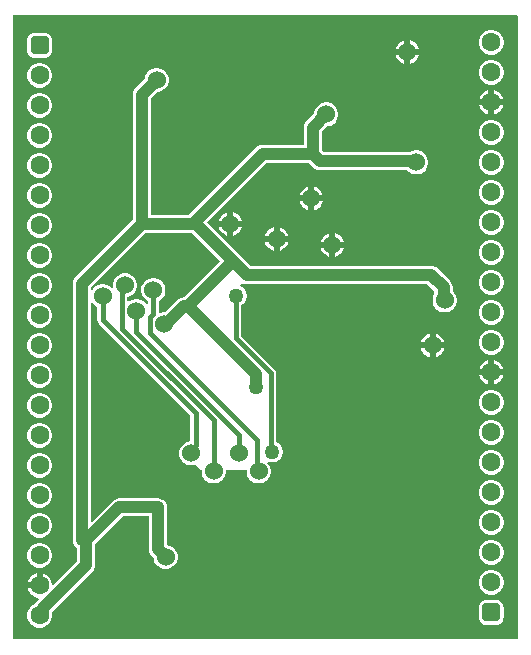
<source format=gbr>
G04*
G04 #@! TF.GenerationSoftware,Altium Limited,Altium Designer,24.3.1 (35)*
G04*
G04 Layer_Physical_Order=2*
G04 Layer_Color=16711680*
%FSLAX25Y25*%
%MOIN*%
G70*
G04*
G04 #@! TF.SameCoordinates,0CBC8BA6-70FB-484C-93A1-0B89DDC4EC94*
G04*
G04*
G04 #@! TF.FilePolarity,Positive*
G04*
G01*
G75*
%ADD35C,0.01500*%
%ADD37C,0.04000*%
%ADD42C,0.06299*%
G04:AMPARAMS|DCode=43|XSize=62.99mil|YSize=62.99mil|CornerRadius=15.75mil|HoleSize=0mil|Usage=FLASHONLY|Rotation=90.000|XOffset=0mil|YOffset=0mil|HoleType=Round|Shape=RoundedRectangle|*
%AMROUNDEDRECTD43*
21,1,0.06299,0.03150,0,0,90.0*
21,1,0.03150,0.06299,0,0,90.0*
1,1,0.03150,0.01575,0.01575*
1,1,0.03150,0.01575,-0.01575*
1,1,0.03150,-0.01575,-0.01575*
1,1,0.03150,-0.01575,0.01575*
%
%ADD43ROUNDEDRECTD43*%
%ADD44C,0.06000*%
%ADD45C,0.05000*%
G36*
X456000Y427000D02*
Y219500D01*
X287500D01*
Y427500D01*
X455500D01*
X456000Y427000D01*
D02*
G37*
%LPC*%
G36*
X420044Y419172D02*
Y416299D01*
X422917D01*
X422771Y416843D01*
X422245Y417755D01*
X421500Y418500D01*
X420588Y419027D01*
X420044Y419172D01*
D02*
G37*
G36*
X418044D02*
X417500Y419027D01*
X416588Y418500D01*
X415843Y417755D01*
X415316Y416843D01*
X415171Y416299D01*
X418044D01*
Y419172D01*
D02*
G37*
G36*
X447546Y422650D02*
X446454D01*
X445398Y422367D01*
X444452Y421820D01*
X443680Y421048D01*
X443133Y420102D01*
X442850Y419046D01*
Y417954D01*
X443133Y416898D01*
X443680Y415952D01*
X444452Y415179D01*
X445398Y414633D01*
X446454Y414350D01*
X447546D01*
X448602Y414633D01*
X449548Y415179D01*
X450320Y415952D01*
X450867Y416898D01*
X451150Y417954D01*
Y419046D01*
X450867Y420102D01*
X450320Y421048D01*
X449548Y421820D01*
X448602Y422367D01*
X447546Y422650D01*
D02*
G37*
G36*
X298075Y421672D02*
X294925D01*
X294253Y421583D01*
X293627Y421324D01*
X293089Y420911D01*
X292676Y420373D01*
X292417Y419747D01*
X292328Y419075D01*
Y415925D01*
X292417Y415253D01*
X292676Y414627D01*
X293089Y414089D01*
X293627Y413676D01*
X294253Y413417D01*
X294925Y413328D01*
X298075D01*
X298747Y413417D01*
X299373Y413676D01*
X299911Y414089D01*
X300324Y414627D01*
X300583Y415253D01*
X300672Y415925D01*
Y419075D01*
X300583Y419747D01*
X300324Y420373D01*
X299911Y420911D01*
X299373Y421324D01*
X298747Y421583D01*
X298075Y421672D01*
D02*
G37*
G36*
X422917Y414299D02*
X420044D01*
Y411426D01*
X420588Y411572D01*
X421500Y412098D01*
X422245Y412843D01*
X422771Y413755D01*
X422917Y414299D01*
D02*
G37*
G36*
X418044D02*
X415171D01*
X415316Y413755D01*
X415843Y412843D01*
X416588Y412098D01*
X417500Y411572D01*
X418044Y411426D01*
Y414299D01*
D02*
G37*
G36*
X447546Y412650D02*
X446454D01*
X445398Y412367D01*
X444452Y411821D01*
X443680Y411048D01*
X443133Y410102D01*
X442850Y409046D01*
Y407954D01*
X443133Y406898D01*
X443680Y405952D01*
X444452Y405180D01*
X445398Y404633D01*
X446454Y404350D01*
X447546D01*
X448602Y404633D01*
X449548Y405180D01*
X450320Y405952D01*
X450867Y406898D01*
X451150Y407954D01*
Y409046D01*
X450867Y410102D01*
X450320Y411048D01*
X449548Y411821D01*
X448602Y412367D01*
X447546Y412650D01*
D02*
G37*
G36*
X297046Y411650D02*
X295954D01*
X294898Y411367D01*
X293952Y410820D01*
X293179Y410048D01*
X292633Y409102D01*
X292350Y408046D01*
Y406954D01*
X292633Y405898D01*
X293179Y404952D01*
X293952Y404179D01*
X294898Y403633D01*
X295954Y403350D01*
X297046D01*
X298102Y403633D01*
X299048Y404179D01*
X299820Y404952D01*
X300367Y405898D01*
X300650Y406954D01*
Y408046D01*
X300367Y409102D01*
X299820Y410048D01*
X299048Y410820D01*
X298102Y411367D01*
X297046Y411650D01*
D02*
G37*
G36*
X448000Y402528D02*
Y399500D01*
X451028D01*
X450867Y400102D01*
X450320Y401048D01*
X449548Y401821D01*
X448602Y402367D01*
X448000Y402528D01*
D02*
G37*
G36*
X446000D02*
X445398Y402367D01*
X444452Y401821D01*
X443680Y401048D01*
X443133Y400102D01*
X442972Y399500D01*
X446000D01*
Y402528D01*
D02*
G37*
G36*
X451028Y397500D02*
X448000D01*
Y394472D01*
X448602Y394633D01*
X449548Y395180D01*
X450320Y395952D01*
X450867Y396898D01*
X451028Y397500D01*
D02*
G37*
G36*
X446000D02*
X442972D01*
X443133Y396898D01*
X443680Y395952D01*
X444452Y395180D01*
X445398Y394633D01*
X446000Y394472D01*
Y397500D01*
D02*
G37*
G36*
X297046Y401650D02*
X295954D01*
X294898Y401367D01*
X293952Y400820D01*
X293179Y400048D01*
X292633Y399102D01*
X292350Y398046D01*
Y396954D01*
X292633Y395898D01*
X293179Y394952D01*
X293952Y394180D01*
X294898Y393633D01*
X295954Y393350D01*
X297046D01*
X298102Y393633D01*
X299048Y394180D01*
X299820Y394952D01*
X300367Y395898D01*
X300650Y396954D01*
Y398046D01*
X300367Y399102D01*
X299820Y400048D01*
X299048Y400820D01*
X298102Y401367D01*
X297046Y401650D01*
D02*
G37*
G36*
X447546Y392650D02*
X446454D01*
X445398Y392367D01*
X444452Y391821D01*
X443680Y391048D01*
X443133Y390102D01*
X442850Y389046D01*
Y387954D01*
X443133Y386898D01*
X443680Y385952D01*
X444452Y385179D01*
X445398Y384633D01*
X446454Y384350D01*
X447546D01*
X448602Y384633D01*
X449548Y385179D01*
X450320Y385952D01*
X450867Y386898D01*
X451150Y387954D01*
Y389046D01*
X450867Y390102D01*
X450320Y391048D01*
X449548Y391821D01*
X448602Y392367D01*
X447546Y392650D01*
D02*
G37*
G36*
X297046Y391650D02*
X295954D01*
X294898Y391367D01*
X293952Y390821D01*
X293179Y390048D01*
X292633Y389102D01*
X292350Y388046D01*
Y386954D01*
X292633Y385898D01*
X293179Y384952D01*
X293952Y384179D01*
X294898Y383633D01*
X295954Y383350D01*
X297046D01*
X298102Y383633D01*
X299048Y384179D01*
X299820Y384952D01*
X300367Y385898D01*
X300650Y386954D01*
Y388046D01*
X300367Y389102D01*
X299820Y390048D01*
X299048Y390821D01*
X298102Y391367D01*
X297046Y391650D01*
D02*
G37*
G36*
X336027Y410000D02*
X334973D01*
X333956Y409727D01*
X333044Y409201D01*
X332299Y408456D01*
X331773Y407544D01*
X331500Y406527D01*
Y406279D01*
X328360Y403140D01*
X327880Y402513D01*
X327577Y401783D01*
X327474Y401000D01*
Y359253D01*
X308360Y340140D01*
X307879Y339513D01*
X307577Y338783D01*
X307474Y338000D01*
Y252500D01*
X307577Y251717D01*
X307879Y250987D01*
X308360Y250360D01*
X308974Y249889D01*
Y245556D01*
X301112Y237694D01*
X300650Y237885D01*
Y238046D01*
X300367Y239102D01*
X299820Y240048D01*
X299048Y240821D01*
X298102Y241367D01*
X297500Y241528D01*
Y237500D01*
X296500D01*
Y236500D01*
X292472D01*
X292633Y235898D01*
X293179Y234952D01*
X293952Y234179D01*
X294898Y233633D01*
X295954Y233350D01*
X296115D01*
X296306Y232889D01*
X295510Y232092D01*
X295029Y231466D01*
X294999Y231394D01*
X294898Y231367D01*
X293952Y230820D01*
X293179Y230048D01*
X292633Y229102D01*
X292350Y228046D01*
Y226954D01*
X292633Y225898D01*
X293179Y224952D01*
X293952Y224180D01*
X294898Y223633D01*
X295954Y223350D01*
X297046D01*
X298102Y223633D01*
X299048Y224180D01*
X299820Y224952D01*
X300367Y225898D01*
X300650Y226954D01*
Y228046D01*
X300547Y228428D01*
X300572Y228489D01*
X300589Y228613D01*
X314140Y242163D01*
X314140Y242163D01*
X314620Y242790D01*
X314923Y243520D01*
X315026Y244303D01*
X315026Y244303D01*
Y251247D01*
X324253Y260474D01*
X332974D01*
Y249500D01*
X333077Y248717D01*
X333380Y247987D01*
X333860Y247360D01*
X334500Y246721D01*
Y246473D01*
X334773Y245456D01*
X335299Y244544D01*
X336044Y243799D01*
X336956Y243273D01*
X337973Y243000D01*
X339027D01*
X340044Y243273D01*
X340956Y243799D01*
X341701Y244544D01*
X342227Y245456D01*
X342500Y246473D01*
Y247527D01*
X342227Y248544D01*
X341701Y249456D01*
X340956Y250201D01*
X340044Y250727D01*
X339027Y251000D01*
X339026D01*
Y263500D01*
X338923Y264283D01*
X338620Y265013D01*
X338140Y265640D01*
X337513Y266121D01*
X336783Y266423D01*
X336000Y266526D01*
X323000D01*
X322217Y266423D01*
X321487Y266121D01*
X320860Y265640D01*
X313988Y258767D01*
X313526Y258958D01*
Y331883D01*
X314026Y332017D01*
X314299Y331544D01*
X315044Y330799D01*
X315716Y330411D01*
Y326000D01*
X315851Y325317D01*
X316238Y324738D01*
X346716Y294261D01*
Y285500D01*
X346473D01*
X345456Y285227D01*
X344544Y284701D01*
X343799Y283956D01*
X343273Y283044D01*
X343000Y282027D01*
Y280973D01*
X343273Y279956D01*
X343799Y279044D01*
X344544Y278299D01*
X345456Y277773D01*
X346473Y277500D01*
X347527D01*
X348544Y277773D01*
X350290Y276027D01*
X350500D01*
Y274973D01*
X350773Y273956D01*
X351299Y273044D01*
X352044Y272299D01*
X352956Y271773D01*
X353973Y271500D01*
X355027D01*
X356044Y271773D01*
X356956Y272299D01*
X357701Y273044D01*
X358227Y273956D01*
X358500Y274973D01*
Y276027D01*
X365473D01*
X365500Y276000D01*
Y274973D01*
X365773Y273956D01*
X366299Y273044D01*
X367044Y272299D01*
X367956Y271773D01*
X368973Y271500D01*
X370027D01*
X371044Y271773D01*
X371956Y272299D01*
X372701Y273044D01*
X373227Y273956D01*
X373500Y274973D01*
Y276027D01*
X373227Y277044D01*
X372701Y277956D01*
X372286Y278371D01*
X372593Y278771D01*
X372649Y278738D01*
X373539Y278500D01*
X374461D01*
X375351Y278738D01*
X376149Y279199D01*
X376801Y279851D01*
X377261Y280649D01*
X377500Y281539D01*
Y282461D01*
X377261Y283351D01*
X376801Y284149D01*
X376149Y284801D01*
X375351Y285262D01*
X375284Y285279D01*
Y308303D01*
X375284Y308303D01*
X375149Y308986D01*
X374762Y309565D01*
X374762Y309565D01*
X363784Y320542D01*
Y330989D01*
X364149Y331199D01*
X364801Y331851D01*
X365262Y332649D01*
X365500Y333539D01*
Y334461D01*
X365262Y335351D01*
X364801Y336149D01*
X364149Y336801D01*
X363425Y337218D01*
X363242Y337742D01*
X363926Y338426D01*
X363987Y338380D01*
X364717Y338077D01*
X365500Y337974D01*
X425747D01*
X428110Y335611D01*
Y334629D01*
X427773Y334044D01*
X427500Y333027D01*
Y331973D01*
X427773Y330956D01*
X428299Y330044D01*
X429044Y329299D01*
X429956Y328773D01*
X430973Y328500D01*
X432027D01*
X433044Y328773D01*
X433956Y329299D01*
X434701Y330044D01*
X435227Y330956D01*
X435500Y331973D01*
Y333027D01*
X435227Y334044D01*
X434701Y334956D01*
X434162Y335495D01*
Y336864D01*
X434059Y337647D01*
X433756Y338377D01*
X433276Y339004D01*
X433276Y339004D01*
X429140Y343140D01*
X428513Y343620D01*
X427783Y343923D01*
X427000Y344026D01*
X366753D01*
X363140Y347640D01*
X352279Y358500D01*
X372096Y378317D01*
X386247D01*
X387703Y376860D01*
X387703Y376860D01*
X388330Y376379D01*
X389060Y376077D01*
X389843Y375974D01*
X418869D01*
X419544Y375299D01*
X420456Y374773D01*
X421473Y374500D01*
X422527D01*
X423544Y374773D01*
X424456Y375299D01*
X425201Y376044D01*
X425727Y376956D01*
X426000Y377973D01*
Y379027D01*
X425727Y380044D01*
X425201Y380956D01*
X424456Y381701D01*
X423544Y382227D01*
X422527Y382500D01*
X421473D01*
X420456Y382227D01*
X420087Y382014D01*
X420000Y382026D01*
X391096D01*
X390526Y382596D01*
Y388747D01*
X392279Y390500D01*
X392527D01*
X393544Y390773D01*
X394456Y391299D01*
X395201Y392044D01*
X395727Y392956D01*
X396000Y393973D01*
Y395027D01*
X395727Y396044D01*
X395201Y396956D01*
X394456Y397701D01*
X393544Y398227D01*
X392527Y398500D01*
X391473D01*
X390456Y398227D01*
X389544Y397701D01*
X388799Y396956D01*
X388273Y396044D01*
X388000Y395027D01*
Y394779D01*
X385360Y392140D01*
X384879Y391513D01*
X384577Y390783D01*
X384474Y390000D01*
Y384369D01*
X370843D01*
X370060Y384266D01*
X369330Y383964D01*
X368704Y383483D01*
X346247Y361026D01*
X333526D01*
Y399747D01*
X335779Y402000D01*
X336027D01*
X337044Y402273D01*
X337956Y402799D01*
X338701Y403544D01*
X339227Y404456D01*
X339500Y405473D01*
Y406527D01*
X339227Y407544D01*
X338701Y408456D01*
X337956Y409201D01*
X337044Y409727D01*
X336027Y410000D01*
D02*
G37*
G36*
X447546Y382650D02*
X446454D01*
X445398Y382367D01*
X444452Y381821D01*
X443680Y381048D01*
X443133Y380102D01*
X442850Y379046D01*
Y377954D01*
X443133Y376898D01*
X443680Y375952D01*
X444452Y375180D01*
X445398Y374633D01*
X446454Y374350D01*
X447546D01*
X448602Y374633D01*
X449548Y375180D01*
X450320Y375952D01*
X450867Y376898D01*
X451150Y377954D01*
Y379046D01*
X450867Y380102D01*
X450320Y381048D01*
X449548Y381821D01*
X448602Y382367D01*
X447546Y382650D01*
D02*
G37*
G36*
X297046Y381650D02*
X295954D01*
X294898Y381367D01*
X293952Y380820D01*
X293179Y380048D01*
X292633Y379102D01*
X292350Y378046D01*
Y376954D01*
X292633Y375898D01*
X293179Y374952D01*
X293952Y374180D01*
X294898Y373633D01*
X295954Y373350D01*
X297046D01*
X298102Y373633D01*
X299048Y374180D01*
X299820Y374952D01*
X300367Y375898D01*
X300650Y376954D01*
Y378046D01*
X300367Y379102D01*
X299820Y380048D01*
X299048Y380820D01*
X298102Y381367D01*
X297046Y381650D01*
D02*
G37*
G36*
X388000Y370373D02*
Y367500D01*
X390873D01*
X390727Y368044D01*
X390201Y368956D01*
X389456Y369701D01*
X388544Y370227D01*
X388000Y370373D01*
D02*
G37*
G36*
X386000D02*
X385456Y370227D01*
X384544Y369701D01*
X383799Y368956D01*
X383273Y368044D01*
X383127Y367500D01*
X386000D01*
Y370373D01*
D02*
G37*
G36*
X447546Y372650D02*
X446454D01*
X445398Y372367D01*
X444452Y371820D01*
X443680Y371048D01*
X443133Y370102D01*
X442850Y369046D01*
Y367954D01*
X443133Y366898D01*
X443680Y365952D01*
X444452Y365179D01*
X445398Y364633D01*
X446454Y364350D01*
X447546D01*
X448602Y364633D01*
X449548Y365179D01*
X450320Y365952D01*
X450867Y366898D01*
X451150Y367954D01*
Y369046D01*
X450867Y370102D01*
X450320Y371048D01*
X449548Y371820D01*
X448602Y372367D01*
X447546Y372650D01*
D02*
G37*
G36*
X297046Y371650D02*
X295954D01*
X294898Y371367D01*
X293952Y370820D01*
X293179Y370048D01*
X292633Y369102D01*
X292350Y368046D01*
Y366954D01*
X292633Y365898D01*
X293179Y364952D01*
X293952Y364179D01*
X294898Y363633D01*
X295954Y363350D01*
X297046D01*
X298102Y363633D01*
X299048Y364179D01*
X299820Y364952D01*
X300367Y365898D01*
X300650Y366954D01*
Y368046D01*
X300367Y369102D01*
X299820Y370048D01*
X299048Y370820D01*
X298102Y371367D01*
X297046Y371650D01*
D02*
G37*
G36*
X390873Y365500D02*
X388000D01*
Y362627D01*
X388544Y362773D01*
X389456Y363299D01*
X390201Y364044D01*
X390727Y364956D01*
X390873Y365500D01*
D02*
G37*
G36*
X386000D02*
X383127D01*
X383273Y364956D01*
X383799Y364044D01*
X384544Y363299D01*
X385456Y362773D01*
X386000Y362627D01*
Y365500D01*
D02*
G37*
G36*
X361000Y361873D02*
Y359000D01*
X363873D01*
X363727Y359544D01*
X363201Y360456D01*
X362456Y361201D01*
X361544Y361727D01*
X361000Y361873D01*
D02*
G37*
G36*
X359000D02*
X358456Y361727D01*
X357544Y361201D01*
X356799Y360456D01*
X356273Y359544D01*
X356127Y359000D01*
X359000D01*
Y361873D01*
D02*
G37*
G36*
X447546Y362650D02*
X446454D01*
X445398Y362367D01*
X444452Y361821D01*
X443680Y361048D01*
X443133Y360102D01*
X442850Y359046D01*
Y357954D01*
X443133Y356898D01*
X443680Y355952D01*
X444452Y355180D01*
X445398Y354633D01*
X446454Y354350D01*
X447546D01*
X448602Y354633D01*
X449548Y355180D01*
X450320Y355952D01*
X450867Y356898D01*
X451150Y357954D01*
Y359046D01*
X450867Y360102D01*
X450320Y361048D01*
X449548Y361821D01*
X448602Y362367D01*
X447546Y362650D01*
D02*
G37*
G36*
X363873Y357000D02*
X361000D01*
Y354127D01*
X361544Y354273D01*
X362456Y354799D01*
X363201Y355544D01*
X363727Y356456D01*
X363873Y357000D01*
D02*
G37*
G36*
X359000D02*
X356127D01*
X356273Y356456D01*
X356799Y355544D01*
X357544Y354799D01*
X358456Y354273D01*
X359000Y354127D01*
Y357000D01*
D02*
G37*
G36*
X376500Y356873D02*
Y354000D01*
X379373D01*
X379227Y354544D01*
X378701Y355456D01*
X377956Y356201D01*
X377044Y356727D01*
X376500Y356873D01*
D02*
G37*
G36*
X374500D02*
X373956Y356727D01*
X373044Y356201D01*
X372299Y355456D01*
X371773Y354544D01*
X371627Y354000D01*
X374500D01*
Y356873D01*
D02*
G37*
G36*
X297046Y361650D02*
X295954D01*
X294898Y361367D01*
X293952Y360821D01*
X293179Y360048D01*
X292633Y359102D01*
X292350Y358046D01*
Y356954D01*
X292633Y355898D01*
X293179Y354952D01*
X293952Y354180D01*
X294898Y353633D01*
X295954Y353350D01*
X297046D01*
X298102Y353633D01*
X299048Y354180D01*
X299820Y354952D01*
X300367Y355898D01*
X300650Y356954D01*
Y358046D01*
X300367Y359102D01*
X299820Y360048D01*
X299048Y360821D01*
X298102Y361367D01*
X297046Y361650D01*
D02*
G37*
G36*
X395000Y354873D02*
Y352000D01*
X397873D01*
X397727Y352544D01*
X397201Y353456D01*
X396456Y354201D01*
X395544Y354727D01*
X395000Y354873D01*
D02*
G37*
G36*
X393000D02*
X392456Y354727D01*
X391544Y354201D01*
X390799Y353456D01*
X390273Y352544D01*
X390127Y352000D01*
X393000D01*
Y354873D01*
D02*
G37*
G36*
X379373Y352000D02*
X376500D01*
Y349127D01*
X377044Y349273D01*
X377956Y349799D01*
X378701Y350544D01*
X379227Y351456D01*
X379373Y352000D01*
D02*
G37*
G36*
X374500D02*
X371627D01*
X371773Y351456D01*
X372299Y350544D01*
X373044Y349799D01*
X373956Y349273D01*
X374500Y349127D01*
Y352000D01*
D02*
G37*
G36*
X397873Y350000D02*
X395000D01*
Y347127D01*
X395544Y347273D01*
X396456Y347799D01*
X397201Y348544D01*
X397727Y349456D01*
X397873Y350000D01*
D02*
G37*
G36*
X393000D02*
X390127D01*
X390273Y349456D01*
X390799Y348544D01*
X391544Y347799D01*
X392456Y347273D01*
X393000Y347127D01*
Y350000D01*
D02*
G37*
G36*
X447546Y352650D02*
X446454D01*
X445398Y352367D01*
X444452Y351820D01*
X443680Y351048D01*
X443133Y350102D01*
X442850Y349046D01*
Y347954D01*
X443133Y346898D01*
X443680Y345952D01*
X444452Y345180D01*
X445398Y344633D01*
X446454Y344350D01*
X447546D01*
X448602Y344633D01*
X449548Y345180D01*
X450320Y345952D01*
X450867Y346898D01*
X451150Y347954D01*
Y349046D01*
X450867Y350102D01*
X450320Y351048D01*
X449548Y351820D01*
X448602Y352367D01*
X447546Y352650D01*
D02*
G37*
G36*
X297046Y351650D02*
X295954D01*
X294898Y351367D01*
X293952Y350820D01*
X293179Y350048D01*
X292633Y349102D01*
X292350Y348046D01*
Y346954D01*
X292633Y345898D01*
X293179Y344952D01*
X293952Y344180D01*
X294898Y343633D01*
X295954Y343350D01*
X297046D01*
X298102Y343633D01*
X299048Y344180D01*
X299820Y344952D01*
X300367Y345898D01*
X300650Y346954D01*
Y348046D01*
X300367Y349102D01*
X299820Y350048D01*
X299048Y350820D01*
X298102Y351367D01*
X297046Y351650D01*
D02*
G37*
G36*
X447546Y342650D02*
X446454D01*
X445398Y342367D01*
X444452Y341821D01*
X443680Y341048D01*
X443133Y340102D01*
X442850Y339046D01*
Y337954D01*
X443133Y336898D01*
X443680Y335952D01*
X444452Y335179D01*
X445398Y334633D01*
X446454Y334350D01*
X447546D01*
X448602Y334633D01*
X449548Y335179D01*
X450320Y335952D01*
X450867Y336898D01*
X451150Y337954D01*
Y339046D01*
X450867Y340102D01*
X450320Y341048D01*
X449548Y341821D01*
X448602Y342367D01*
X447546Y342650D01*
D02*
G37*
G36*
X297046Y341650D02*
X295954D01*
X294898Y341367D01*
X293952Y340821D01*
X293179Y340048D01*
X292633Y339102D01*
X292350Y338046D01*
Y336954D01*
X292633Y335898D01*
X293179Y334952D01*
X293952Y334179D01*
X294898Y333633D01*
X295954Y333350D01*
X297046D01*
X298102Y333633D01*
X299048Y334179D01*
X299820Y334952D01*
X300367Y335898D01*
X300650Y336954D01*
Y338046D01*
X300367Y339102D01*
X299820Y340048D01*
X299048Y340821D01*
X298102Y341367D01*
X297046Y341650D01*
D02*
G37*
G36*
X447546Y332650D02*
X446454D01*
X445398Y332367D01*
X444452Y331821D01*
X443680Y331048D01*
X443133Y330102D01*
X442850Y329046D01*
Y327954D01*
X443133Y326898D01*
X443680Y325952D01*
X444452Y325180D01*
X445398Y324633D01*
X446454Y324350D01*
X447546D01*
X448602Y324633D01*
X449548Y325180D01*
X450320Y325952D01*
X450867Y326898D01*
X451150Y327954D01*
Y329046D01*
X450867Y330102D01*
X450320Y331048D01*
X449548Y331821D01*
X448602Y332367D01*
X447546Y332650D01*
D02*
G37*
G36*
X297046Y331650D02*
X295954D01*
X294898Y331367D01*
X293952Y330820D01*
X293179Y330048D01*
X292633Y329102D01*
X292350Y328046D01*
Y326954D01*
X292633Y325898D01*
X293179Y324952D01*
X293952Y324180D01*
X294898Y323633D01*
X295954Y323350D01*
X297046D01*
X298102Y323633D01*
X299048Y324180D01*
X299820Y324952D01*
X300367Y325898D01*
X300650Y326954D01*
Y328046D01*
X300367Y329102D01*
X299820Y330048D01*
X299048Y330820D01*
X298102Y331367D01*
X297046Y331650D01*
D02*
G37*
G36*
X428500Y321373D02*
Y318500D01*
X431373D01*
X431227Y319044D01*
X430701Y319956D01*
X429956Y320701D01*
X429044Y321227D01*
X428500Y321373D01*
D02*
G37*
G36*
X426500D02*
X425956Y321227D01*
X425044Y320701D01*
X424299Y319956D01*
X423773Y319044D01*
X423627Y318500D01*
X426500D01*
Y321373D01*
D02*
G37*
G36*
X447546Y322650D02*
X446454D01*
X445398Y322367D01*
X444452Y321820D01*
X443680Y321048D01*
X443133Y320102D01*
X442850Y319046D01*
Y317954D01*
X443133Y316898D01*
X443680Y315952D01*
X444452Y315179D01*
X445398Y314633D01*
X446454Y314350D01*
X447546D01*
X448602Y314633D01*
X449548Y315179D01*
X450320Y315952D01*
X450867Y316898D01*
X451150Y317954D01*
Y319046D01*
X450867Y320102D01*
X450320Y321048D01*
X449548Y321820D01*
X448602Y322367D01*
X447546Y322650D01*
D02*
G37*
G36*
X431373Y316500D02*
X428500D01*
Y313627D01*
X429044Y313773D01*
X429956Y314299D01*
X430701Y315044D01*
X431227Y315956D01*
X431373Y316500D01*
D02*
G37*
G36*
X426500D02*
X423627D01*
X423773Y315956D01*
X424299Y315044D01*
X425044Y314299D01*
X425956Y313773D01*
X426500Y313627D01*
Y316500D01*
D02*
G37*
G36*
X297046Y321650D02*
X295954D01*
X294898Y321367D01*
X293952Y320820D01*
X293179Y320048D01*
X292633Y319102D01*
X292350Y318046D01*
Y316954D01*
X292633Y315898D01*
X293179Y314952D01*
X293952Y314179D01*
X294898Y313633D01*
X295954Y313350D01*
X297046D01*
X298102Y313633D01*
X299048Y314179D01*
X299820Y314952D01*
X300367Y315898D01*
X300650Y316954D01*
Y318046D01*
X300367Y319102D01*
X299820Y320048D01*
X299048Y320820D01*
X298102Y321367D01*
X297046Y321650D01*
D02*
G37*
G36*
X448000Y312528D02*
Y309500D01*
X451028D01*
X450867Y310102D01*
X450320Y311048D01*
X449548Y311821D01*
X448602Y312367D01*
X448000Y312528D01*
D02*
G37*
G36*
X446000D02*
X445398Y312367D01*
X444452Y311821D01*
X443680Y311048D01*
X443133Y310102D01*
X442972Y309500D01*
X446000D01*
Y312528D01*
D02*
G37*
G36*
X451028Y307500D02*
X448000D01*
Y304472D01*
X448602Y304633D01*
X449548Y305180D01*
X450320Y305952D01*
X450867Y306898D01*
X451028Y307500D01*
D02*
G37*
G36*
X446000D02*
X442972D01*
X443133Y306898D01*
X443680Y305952D01*
X444452Y305180D01*
X445398Y304633D01*
X446000Y304472D01*
Y307500D01*
D02*
G37*
G36*
X297046Y311650D02*
X295954D01*
X294898Y311367D01*
X293952Y310821D01*
X293179Y310048D01*
X292633Y309102D01*
X292350Y308046D01*
Y306954D01*
X292633Y305898D01*
X293179Y304952D01*
X293952Y304180D01*
X294898Y303633D01*
X295954Y303350D01*
X297046D01*
X298102Y303633D01*
X299048Y304180D01*
X299820Y304952D01*
X300367Y305898D01*
X300650Y306954D01*
Y308046D01*
X300367Y309102D01*
X299820Y310048D01*
X299048Y310821D01*
X298102Y311367D01*
X297046Y311650D01*
D02*
G37*
G36*
X447546Y302650D02*
X446454D01*
X445398Y302367D01*
X444452Y301820D01*
X443680Y301048D01*
X443133Y300102D01*
X442850Y299046D01*
Y297954D01*
X443133Y296898D01*
X443680Y295952D01*
X444452Y295180D01*
X445398Y294633D01*
X446454Y294350D01*
X447546D01*
X448602Y294633D01*
X449548Y295180D01*
X450320Y295952D01*
X450867Y296898D01*
X451150Y297954D01*
Y299046D01*
X450867Y300102D01*
X450320Y301048D01*
X449548Y301820D01*
X448602Y302367D01*
X447546Y302650D01*
D02*
G37*
G36*
X297046Y301650D02*
X295954D01*
X294898Y301367D01*
X293952Y300820D01*
X293179Y300048D01*
X292633Y299102D01*
X292350Y298046D01*
Y296954D01*
X292633Y295898D01*
X293179Y294952D01*
X293952Y294180D01*
X294898Y293633D01*
X295954Y293350D01*
X297046D01*
X298102Y293633D01*
X299048Y294180D01*
X299820Y294952D01*
X300367Y295898D01*
X300650Y296954D01*
Y298046D01*
X300367Y299102D01*
X299820Y300048D01*
X299048Y300820D01*
X298102Y301367D01*
X297046Y301650D01*
D02*
G37*
G36*
X447546Y292650D02*
X446454D01*
X445398Y292367D01*
X444452Y291821D01*
X443680Y291048D01*
X443133Y290102D01*
X442850Y289046D01*
Y287954D01*
X443133Y286898D01*
X443680Y285952D01*
X444452Y285179D01*
X445398Y284633D01*
X446454Y284350D01*
X447546D01*
X448602Y284633D01*
X449548Y285179D01*
X450320Y285952D01*
X450867Y286898D01*
X451150Y287954D01*
Y289046D01*
X450867Y290102D01*
X450320Y291048D01*
X449548Y291821D01*
X448602Y292367D01*
X447546Y292650D01*
D02*
G37*
G36*
X297046Y291650D02*
X295954D01*
X294898Y291367D01*
X293952Y290821D01*
X293179Y290048D01*
X292633Y289102D01*
X292350Y288046D01*
Y286954D01*
X292633Y285898D01*
X293179Y284952D01*
X293952Y284179D01*
X294898Y283633D01*
X295954Y283350D01*
X297046D01*
X298102Y283633D01*
X299048Y284179D01*
X299820Y284952D01*
X300367Y285898D01*
X300650Y286954D01*
Y288046D01*
X300367Y289102D01*
X299820Y290048D01*
X299048Y290821D01*
X298102Y291367D01*
X297046Y291650D01*
D02*
G37*
G36*
X447546Y282650D02*
X446454D01*
X445398Y282367D01*
X444452Y281821D01*
X443680Y281048D01*
X443133Y280102D01*
X442850Y279046D01*
Y277954D01*
X443133Y276898D01*
X443680Y275952D01*
X444452Y275180D01*
X445398Y274633D01*
X446454Y274350D01*
X447546D01*
X448602Y274633D01*
X449548Y275180D01*
X450320Y275952D01*
X450867Y276898D01*
X451150Y277954D01*
Y279046D01*
X450867Y280102D01*
X450320Y281048D01*
X449548Y281821D01*
X448602Y282367D01*
X447546Y282650D01*
D02*
G37*
G36*
X297046Y281650D02*
X295954D01*
X294898Y281367D01*
X293952Y280820D01*
X293179Y280048D01*
X292633Y279102D01*
X292350Y278046D01*
Y276954D01*
X292633Y275898D01*
X293179Y274952D01*
X293952Y274180D01*
X294898Y273633D01*
X295954Y273350D01*
X297046D01*
X298102Y273633D01*
X299048Y274180D01*
X299820Y274952D01*
X300367Y275898D01*
X300650Y276954D01*
Y278046D01*
X300367Y279102D01*
X299820Y280048D01*
X299048Y280820D01*
X298102Y281367D01*
X297046Y281650D01*
D02*
G37*
G36*
X447546Y272650D02*
X446454D01*
X445398Y272367D01*
X444452Y271820D01*
X443680Y271048D01*
X443133Y270102D01*
X442850Y269046D01*
Y267954D01*
X443133Y266898D01*
X443680Y265952D01*
X444452Y265179D01*
X445398Y264633D01*
X446454Y264350D01*
X447546D01*
X448602Y264633D01*
X449548Y265179D01*
X450320Y265952D01*
X450867Y266898D01*
X451150Y267954D01*
Y269046D01*
X450867Y270102D01*
X450320Y271048D01*
X449548Y271820D01*
X448602Y272367D01*
X447546Y272650D01*
D02*
G37*
G36*
X297046Y271650D02*
X295954D01*
X294898Y271367D01*
X293952Y270820D01*
X293179Y270048D01*
X292633Y269102D01*
X292350Y268046D01*
Y266954D01*
X292633Y265898D01*
X293179Y264952D01*
X293952Y264179D01*
X294898Y263633D01*
X295954Y263350D01*
X297046D01*
X298102Y263633D01*
X299048Y264179D01*
X299820Y264952D01*
X300367Y265898D01*
X300650Y266954D01*
Y268046D01*
X300367Y269102D01*
X299820Y270048D01*
X299048Y270820D01*
X298102Y271367D01*
X297046Y271650D01*
D02*
G37*
G36*
X447546Y262650D02*
X446454D01*
X445398Y262367D01*
X444452Y261821D01*
X443680Y261048D01*
X443133Y260102D01*
X442850Y259046D01*
Y257954D01*
X443133Y256898D01*
X443680Y255952D01*
X444452Y255180D01*
X445398Y254633D01*
X446454Y254350D01*
X447546D01*
X448602Y254633D01*
X449548Y255180D01*
X450320Y255952D01*
X450867Y256898D01*
X451150Y257954D01*
Y259046D01*
X450867Y260102D01*
X450320Y261048D01*
X449548Y261821D01*
X448602Y262367D01*
X447546Y262650D01*
D02*
G37*
G36*
X297046Y261650D02*
X295954D01*
X294898Y261367D01*
X293952Y260821D01*
X293179Y260048D01*
X292633Y259102D01*
X292350Y258046D01*
Y256954D01*
X292633Y255898D01*
X293179Y254952D01*
X293952Y254180D01*
X294898Y253633D01*
X295954Y253350D01*
X297046D01*
X298102Y253633D01*
X299048Y254180D01*
X299820Y254952D01*
X300367Y255898D01*
X300650Y256954D01*
Y258046D01*
X300367Y259102D01*
X299820Y260048D01*
X299048Y260821D01*
X298102Y261367D01*
X297046Y261650D01*
D02*
G37*
G36*
X447546Y252650D02*
X446454D01*
X445398Y252367D01*
X444452Y251820D01*
X443680Y251048D01*
X443133Y250102D01*
X442850Y249046D01*
Y247954D01*
X443133Y246898D01*
X443680Y245952D01*
X444452Y245180D01*
X445398Y244633D01*
X446454Y244350D01*
X447546D01*
X448602Y244633D01*
X449548Y245180D01*
X450320Y245952D01*
X450867Y246898D01*
X451150Y247954D01*
Y249046D01*
X450867Y250102D01*
X450320Y251048D01*
X449548Y251820D01*
X448602Y252367D01*
X447546Y252650D01*
D02*
G37*
G36*
X297046Y251650D02*
X295954D01*
X294898Y251367D01*
X293952Y250820D01*
X293179Y250048D01*
X292633Y249102D01*
X292350Y248046D01*
Y246954D01*
X292633Y245898D01*
X293179Y244952D01*
X293952Y244180D01*
X294898Y243633D01*
X295954Y243350D01*
X297046D01*
X298102Y243633D01*
X299048Y244180D01*
X299820Y244952D01*
X300367Y245898D01*
X300650Y246954D01*
Y248046D01*
X300367Y249102D01*
X299820Y250048D01*
X299048Y250820D01*
X298102Y251367D01*
X297046Y251650D01*
D02*
G37*
G36*
X295500Y241528D02*
X294898Y241367D01*
X293952Y240821D01*
X293179Y240048D01*
X292633Y239102D01*
X292472Y238500D01*
X295500D01*
Y241528D01*
D02*
G37*
G36*
X447546Y242650D02*
X446454D01*
X445398Y242367D01*
X444452Y241821D01*
X443680Y241048D01*
X443133Y240102D01*
X442850Y239046D01*
Y237954D01*
X443133Y236898D01*
X443680Y235952D01*
X444452Y235179D01*
X445398Y234633D01*
X446454Y234350D01*
X447546D01*
X448602Y234633D01*
X449548Y235179D01*
X450320Y235952D01*
X450867Y236898D01*
X451150Y237954D01*
Y239046D01*
X450867Y240102D01*
X450320Y241048D01*
X449548Y241821D01*
X448602Y242367D01*
X447546Y242650D01*
D02*
G37*
G36*
X448575Y232672D02*
X445425D01*
X444753Y232583D01*
X444127Y232324D01*
X443589Y231911D01*
X443176Y231373D01*
X442917Y230747D01*
X442828Y230075D01*
Y226925D01*
X442917Y226253D01*
X443176Y225627D01*
X443589Y225089D01*
X444127Y224676D01*
X444753Y224417D01*
X445425Y224328D01*
X448575D01*
X449247Y224417D01*
X449873Y224676D01*
X450411Y225089D01*
X450824Y225627D01*
X451083Y226253D01*
X451172Y226925D01*
Y230075D01*
X451083Y230747D01*
X450824Y231373D01*
X450411Y231911D01*
X449873Y232324D01*
X449247Y232583D01*
X448575Y232672D01*
D02*
G37*
%LPD*%
G36*
X356721Y345500D02*
X344747Y333526D01*
X344541D01*
X343758Y333423D01*
X343028Y333120D01*
X342402Y332640D01*
X338262Y328500D01*
X337473D01*
X336727Y328300D01*
X336227Y328634D01*
Y332411D01*
X336899Y332799D01*
X337644Y333544D01*
X338171Y334456D01*
X338443Y335473D01*
Y336527D01*
X338171Y337544D01*
X337644Y338456D01*
X336899Y339201D01*
X335987Y339727D01*
X334970Y340000D01*
X333917D01*
X332899Y339727D01*
X331987Y339201D01*
X331242Y338456D01*
X330716Y337544D01*
X330443Y336527D01*
Y335473D01*
X330716Y334456D01*
X331242Y333544D01*
X331987Y332799D01*
X332659Y332411D01*
Y331283D01*
X332159Y331149D01*
X331951Y331509D01*
X331206Y332254D01*
X330294Y332781D01*
X329277Y333053D01*
X328223D01*
X327206Y332781D01*
X326294Y332254D01*
X326246Y332206D01*
X325784Y332398D01*
Y333641D01*
X326487Y333829D01*
X327399Y334356D01*
X328144Y335101D01*
X328671Y336013D01*
X328943Y337030D01*
Y338083D01*
X328671Y339101D01*
X328144Y340013D01*
X327399Y340758D01*
X326487Y341284D01*
X325470Y341557D01*
X324417D01*
X323399Y341284D01*
X322487Y340758D01*
X321742Y340013D01*
X321216Y339101D01*
X320943Y338083D01*
Y337030D01*
X320983Y336881D01*
X320535Y336622D01*
X319956Y337201D01*
X319044Y337727D01*
X318027Y338000D01*
X316973D01*
X315956Y337727D01*
X315044Y337201D01*
X314299Y336456D01*
X314026Y335983D01*
X313526Y336117D01*
Y336747D01*
X331753Y354974D01*
X347247D01*
X356721Y345500D01*
D02*
G37*
D35*
X333250Y326836D02*
X334443Y328029D01*
X333250Y321750D02*
Y326836D01*
X334443Y328029D02*
Y336000D01*
X328500Y322071D02*
Y328803D01*
X328750Y329053D01*
X328500Y322071D02*
X363000Y287571D01*
X333250Y321750D02*
X335000Y320000D01*
X324082Y336696D02*
X324943Y337557D01*
X373500Y282500D02*
X374000Y282000D01*
X373500Y282500D02*
Y308303D01*
X362000Y319803D02*
X373500Y308303D01*
X362000Y319803D02*
Y334000D01*
X369000Y276000D02*
X369500Y275500D01*
X369000Y276000D02*
Y286000D01*
X335000Y320000D02*
X369000Y286000D01*
X363000Y281500D02*
Y287571D01*
X324000Y323036D02*
X354500Y292535D01*
Y275500D02*
Y292535D01*
X317500Y326000D02*
X348500Y295000D01*
X347000Y281500D02*
Y282718D01*
X348500Y284218D01*
Y295000D01*
X317500Y326000D02*
Y334000D01*
X324000Y323036D02*
Y334428D01*
X324082Y334510D02*
Y336696D01*
X324000Y334428D02*
X324082Y334510D01*
D37*
X365500Y341000D02*
X427000D01*
X431136Y332864D02*
X431500Y332500D01*
X427000Y341000D02*
X431136Y336864D01*
Y332864D02*
Y336864D01*
X361000Y345500D02*
X365500Y341000D01*
X344541Y330500D02*
X346000D01*
X338541Y324500D02*
X344541Y330500D01*
X338000Y324500D02*
X338541D01*
X310500Y252500D02*
Y338000D01*
X330500Y401000D02*
X335500Y406000D01*
X330500Y358000D02*
Y401000D01*
X387500Y381343D02*
Y390000D01*
X370843Y381343D02*
X387500D01*
X347500Y358000D02*
X370843Y381343D01*
X387500D02*
X389843Y379000D01*
X420000D01*
X387500Y390000D02*
X392000Y394500D01*
X330500Y358000D02*
X347500D01*
X310500Y338000D02*
X330500Y358000D01*
X297650Y229953D02*
X312000Y244303D01*
Y252500D01*
X323000Y263500D01*
X336000D01*
X368500Y304707D02*
X368542Y304665D01*
Y303958D02*
Y304665D01*
Y303958D02*
X368733Y303767D01*
X368500Y304707D02*
Y308000D01*
X346000Y330500D02*
X368500Y308000D01*
X296500Y228122D02*
X297650Y229272D01*
X296500Y227500D02*
Y228122D01*
X297650Y229272D02*
Y229953D01*
X336000Y249500D02*
Y263500D01*
Y249500D02*
X338500Y247000D01*
X349000Y357500D02*
X361000Y345500D01*
X346000Y330500D02*
X361000Y345500D01*
D42*
X447000Y408500D02*
D03*
Y368500D02*
D03*
Y338500D02*
D03*
Y328500D02*
D03*
Y318500D02*
D03*
Y298500D02*
D03*
Y288500D02*
D03*
Y268500D02*
D03*
Y248500D02*
D03*
Y238500D02*
D03*
Y258500D02*
D03*
Y278500D02*
D03*
Y308500D02*
D03*
Y348500D02*
D03*
Y358500D02*
D03*
Y378500D02*
D03*
Y388500D02*
D03*
Y398500D02*
D03*
Y418500D02*
D03*
X296500Y277500D02*
D03*
Y307500D02*
D03*
Y317500D02*
D03*
Y327500D02*
D03*
Y347500D02*
D03*
Y357500D02*
D03*
Y377500D02*
D03*
Y397500D02*
D03*
Y407500D02*
D03*
Y387500D02*
D03*
Y367500D02*
D03*
Y337500D02*
D03*
Y297500D02*
D03*
Y287500D02*
D03*
Y267500D02*
D03*
Y257500D02*
D03*
Y247500D02*
D03*
Y237500D02*
D03*
Y227500D02*
D03*
D43*
X447000Y228500D02*
D03*
X296500Y417500D02*
D03*
D44*
X387000Y366500D02*
D03*
X394000Y351000D02*
D03*
X375500Y353000D02*
D03*
X360000Y358000D02*
D03*
X419044Y415299D02*
D03*
X431500Y332500D02*
D03*
X334443Y336000D02*
D03*
X328750Y329053D02*
D03*
X338000Y324500D02*
D03*
X324943Y337557D02*
D03*
X335500Y406000D02*
D03*
X392000Y394500D02*
D03*
X369500Y275500D02*
D03*
X363000Y281500D02*
D03*
X354500Y275500D02*
D03*
X347000Y281500D02*
D03*
X338500Y247000D02*
D03*
X317500Y334000D02*
D03*
X422000Y378500D02*
D03*
X427500Y317500D02*
D03*
D45*
X374000Y282000D02*
D03*
X368733Y303767D02*
D03*
X362000Y334000D02*
D03*
M02*

</source>
